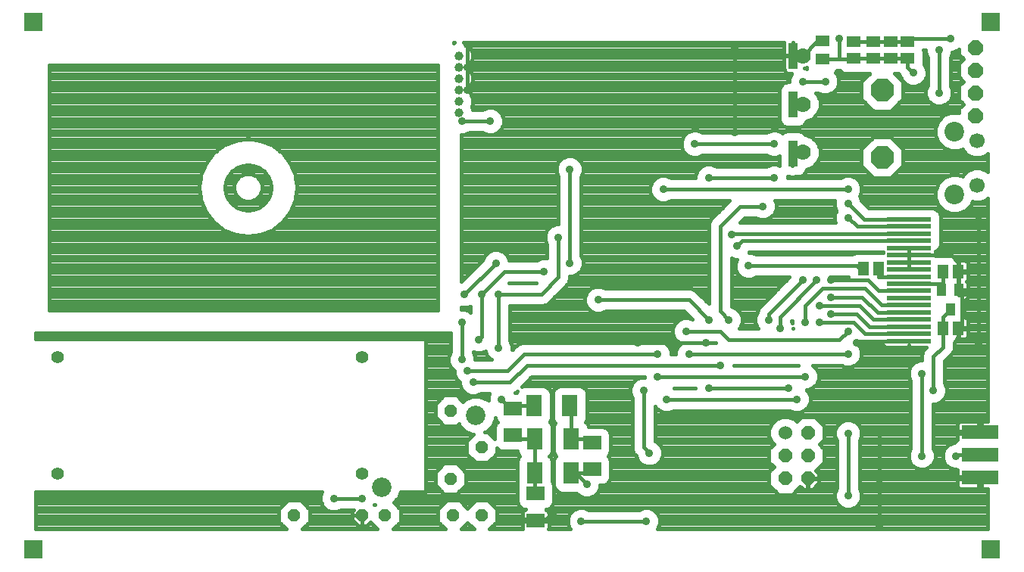
<source format=gtl>
G75*
G70*
%OFA0B0*%
%FSLAX24Y24*%
%IPPOS*%
%LPD*%
%AMOC8*
5,1,8,0,0,1.08239X$1,22.5*
%
%ADD10R,0.1600X0.0600*%
%ADD11OC8,0.0660*%
%ADD12R,0.0630X0.0512*%
%ADD13R,0.0591X0.0512*%
%ADD14OC8,0.0520*%
%ADD15R,0.0709X0.0945*%
%ADD16R,0.0787X0.0591*%
%ADD17R,0.0394X0.1181*%
%ADD18C,0.0860*%
%ADD19C,0.0866*%
%ADD20C,0.0669*%
%ADD21OC8,0.1000*%
%ADD22C,0.0397*%
%ADD23R,0.1929X0.0197*%
%ADD24C,0.0600*%
%ADD25OC8,0.0600*%
%ADD26R,0.0512X0.0591*%
%ADD27R,0.0394X0.0551*%
%ADD28C,0.0700*%
%ADD29C,0.0357*%
%ADD30C,0.0160*%
%ADD31C,0.0180*%
%ADD32C,0.0120*%
%ADD33R,0.0787X0.0787*%
%ADD34C,0.0560*%
D10*
X042632Y004476D03*
X042632Y005476D03*
X042632Y006476D03*
D11*
X042456Y020441D03*
X042456Y021441D03*
X042456Y022441D03*
X042456Y023441D03*
D12*
X035706Y023710D03*
X035706Y022922D03*
D13*
X037081Y022942D03*
X037956Y022942D03*
X038706Y022942D03*
X039456Y022942D03*
X039456Y023690D03*
X038706Y023690D03*
X037956Y023690D03*
X037081Y023690D03*
D14*
X019331Y007441D03*
X020706Y005816D03*
X019331Y004441D03*
X019456Y002816D03*
X020706Y002816D03*
X016456Y002816D03*
X015456Y002816D03*
X012456Y002816D03*
D15*
X023033Y004691D03*
X024628Y004691D03*
X024628Y006191D03*
X023033Y006191D03*
X022996Y007652D03*
X024590Y007652D03*
D16*
X022081Y007531D03*
X022081Y006350D03*
X025581Y006031D03*
X025581Y004850D03*
X023081Y003781D03*
X023081Y002600D03*
D17*
X034411Y018744D03*
X034411Y020909D03*
X034411Y023074D03*
D18*
X020452Y007227D03*
X016318Y004074D03*
D19*
X041523Y016973D03*
X041523Y019729D03*
D20*
X042507Y019336D03*
X042507Y017367D03*
D21*
X038331Y018586D03*
X038331Y021546D03*
D22*
X019706Y021566D03*
X019706Y022066D03*
X019706Y022566D03*
X019706Y023066D03*
X019706Y021066D03*
X019706Y020566D03*
D23*
X039522Y015858D03*
X039522Y015543D03*
X039522Y015228D03*
X039522Y014913D03*
X039522Y014598D03*
X039522Y014283D03*
X039522Y013968D03*
X039522Y013653D03*
X039522Y013339D03*
X039522Y013024D03*
X039522Y012709D03*
X039522Y012394D03*
X039522Y012079D03*
X039522Y011764D03*
X039522Y011449D03*
X039522Y011134D03*
X039522Y010819D03*
X039522Y010504D03*
D24*
X034064Y006450D03*
D25*
X035064Y006450D03*
X035064Y005450D03*
X034064Y005450D03*
X034064Y004450D03*
X035064Y004450D03*
D26*
X040996Y011066D03*
X041665Y011066D03*
X041665Y013566D03*
X040996Y013566D03*
X038165Y013691D03*
X037496Y013691D03*
D27*
X040957Y012749D03*
X041705Y012749D03*
X041331Y011883D03*
D28*
X034831Y018816D03*
X034831Y020941D03*
X034831Y023066D03*
D29*
X034831Y021941D03*
X035831Y021941D03*
X036456Y023816D03*
X039706Y022316D03*
X040831Y021441D03*
X040831Y023316D03*
X041331Y023816D03*
X033581Y019191D03*
X031831Y019676D03*
X031831Y019691D03*
X030081Y019191D03*
X030706Y017691D03*
X028706Y017191D03*
X031706Y015191D03*
X031956Y014691D03*
X032456Y013816D03*
X034831Y013191D03*
X035456Y013191D03*
X036081Y013191D03*
X036081Y012441D03*
X035581Y012066D03*
X036081Y011691D03*
X035581Y011316D03*
X034956Y011316D03*
X033831Y011066D03*
X033331Y011441D03*
X031581Y011441D03*
X030706Y011441D03*
X029706Y010941D03*
X030581Y010441D03*
X029831Y009941D03*
X028456Y009941D03*
X027581Y010441D03*
X028456Y008941D03*
X027831Y008316D03*
X028831Y007941D03*
X030706Y008441D03*
X031206Y009441D03*
X034206Y008441D03*
X034581Y007941D03*
X034956Y008941D03*
X036831Y009941D03*
X037206Y010441D03*
X036831Y010941D03*
X040081Y009066D03*
X040581Y008316D03*
X042581Y010441D03*
X038206Y006441D03*
X036831Y006441D03*
X038206Y004441D03*
X036831Y003691D03*
X038206Y002357D03*
X040081Y005441D03*
X041581Y005441D03*
X028081Y005566D03*
X025331Y004191D03*
X023831Y002941D03*
X025081Y002566D03*
X027956Y002566D03*
X021581Y007941D03*
X020331Y008691D03*
X020081Y009191D03*
X019831Y009691D03*
X021456Y010191D03*
X020581Y010566D03*
X019831Y011316D03*
X019956Y012566D03*
X020706Y012566D03*
X021456Y012565D03*
X023456Y013566D03*
X024581Y013941D03*
X024081Y015066D03*
X021331Y013941D03*
X025831Y012316D03*
X033081Y016441D03*
X033581Y017691D03*
X036831Y017191D03*
X036831Y016566D03*
X036831Y015941D03*
X042581Y015816D03*
X031831Y023441D03*
X024581Y018066D03*
X021081Y020191D03*
X019831Y020191D03*
X020081Y021566D03*
X020081Y022566D03*
X020081Y023566D03*
X015456Y003566D03*
X014206Y003566D03*
D30*
X034956Y011316D02*
X034956Y012066D01*
X035706Y012816D01*
X037581Y012816D01*
X038318Y012079D01*
X039522Y012079D01*
X039522Y011764D02*
X038133Y011764D01*
X037456Y012441D01*
X036081Y012441D01*
X036081Y013191D02*
X037706Y013191D01*
X038188Y012709D01*
X039522Y012709D01*
X039522Y013024D02*
X040913Y013024D01*
X040996Y012941D01*
X040996Y012788D01*
X040957Y012749D01*
X041665Y012788D02*
X041705Y012749D01*
X041705Y012692D01*
X041831Y012566D01*
X042456Y012566D02*
X042581Y012691D01*
X041706Y013606D02*
X041665Y013566D01*
X041706Y013606D02*
X041706Y013941D01*
X041363Y014283D01*
X039522Y014283D01*
X039522Y013968D01*
X039522Y013653D01*
X039522Y013339D02*
X038188Y013339D01*
X038165Y013691D01*
X037496Y013691D02*
X037496Y013526D01*
X037206Y013816D01*
X039522Y014283D02*
X039522Y014598D01*
X041831Y011231D02*
X041665Y011066D01*
X041616Y005476D02*
X041581Y005441D01*
X041616Y005476D02*
X042632Y005476D01*
D31*
X041644Y004810D02*
X041642Y004801D01*
X041642Y004536D01*
X042572Y004536D01*
X042572Y004416D01*
X042692Y004416D01*
X042692Y003986D01*
X042973Y003986D01*
X042973Y002210D01*
X028432Y002210D01*
X028454Y002233D01*
X028544Y002449D01*
X028544Y002683D01*
X028454Y002899D01*
X028289Y003065D01*
X028073Y003154D01*
X027839Y003154D01*
X027625Y003066D01*
X025411Y003066D01*
X025198Y003154D01*
X024964Y003154D01*
X024747Y003065D01*
X024582Y002899D01*
X024492Y002683D01*
X024492Y002449D01*
X024582Y002233D01*
X024604Y002210D01*
X023639Y002210D01*
X023651Y002232D01*
X023664Y002280D01*
X023664Y002543D01*
X023138Y002543D01*
X023138Y002658D01*
X023664Y002658D01*
X023664Y002921D01*
X023651Y002969D01*
X023626Y003012D01*
X023591Y003048D01*
X023548Y003073D01*
X023535Y003076D01*
X023556Y003076D01*
X023707Y003139D01*
X023822Y003254D01*
X023884Y003405D01*
X023884Y004087D01*
X023926Y003986D01*
X024041Y003871D01*
X024192Y003808D01*
X024881Y003808D01*
X024997Y003692D01*
X025214Y003602D01*
X025448Y003602D01*
X025664Y003692D01*
X025829Y003858D01*
X025919Y004074D01*
X025919Y004145D01*
X026056Y004145D01*
X026207Y004207D01*
X026322Y004323D01*
X026384Y004474D01*
X026384Y005227D01*
X026322Y005378D01*
X026259Y005441D01*
X026322Y005504D01*
X026384Y005655D01*
X026384Y006408D01*
X026322Y006559D01*
X026207Y006674D01*
X026056Y006737D01*
X025392Y006737D01*
X025392Y006745D01*
X025330Y006896D01*
X025285Y006940D01*
X025292Y006947D01*
X025355Y007098D01*
X025355Y008206D01*
X025292Y008356D01*
X025177Y008472D01*
X025026Y008534D01*
X024155Y008534D01*
X024004Y008472D01*
X023889Y008356D01*
X023826Y008206D01*
X023826Y007098D01*
X023889Y006947D01*
X023933Y006902D01*
X023926Y006896D01*
X023864Y006745D01*
X023864Y005637D01*
X023926Y005486D01*
X023971Y005441D01*
X023926Y005396D01*
X023864Y005245D01*
X023864Y004208D01*
X023822Y004309D01*
X023798Y004333D01*
X023798Y005245D01*
X023735Y005396D01*
X023690Y005441D01*
X023735Y005486D01*
X023798Y005637D01*
X023798Y006745D01*
X023735Y006896D01*
X023691Y006940D01*
X023698Y006947D01*
X023760Y007098D01*
X023760Y008206D01*
X023698Y008356D01*
X023583Y008472D01*
X023432Y008534D01*
X022560Y008534D01*
X022467Y008496D01*
X022913Y008941D01*
X027867Y008941D01*
X027867Y008904D01*
X027714Y008904D01*
X027497Y008815D01*
X027332Y008649D01*
X027242Y008433D01*
X027242Y008199D01*
X027331Y007985D01*
X027331Y005716D01*
X027407Y005533D01*
X027493Y005446D01*
X027582Y005233D01*
X027747Y005067D01*
X027964Y004977D01*
X028198Y004977D01*
X028414Y005067D01*
X028579Y005233D01*
X028669Y005449D01*
X028669Y005683D01*
X028579Y005899D01*
X028414Y006065D01*
X028331Y006099D01*
X028331Y007610D01*
X028332Y007608D01*
X028497Y007442D01*
X028714Y007352D01*
X028948Y007352D01*
X029161Y007441D01*
X034250Y007441D01*
X034464Y007352D01*
X034698Y007352D01*
X034914Y007442D01*
X035079Y007608D01*
X035169Y007824D01*
X035169Y008058D01*
X035079Y008274D01*
X035001Y008352D01*
X035073Y008352D01*
X035289Y008442D01*
X035454Y008608D01*
X035544Y008824D01*
X035544Y009058D01*
X035454Y009274D01*
X035289Y009440D01*
X035286Y009441D01*
X036500Y009441D01*
X036714Y009352D01*
X036948Y009352D01*
X037164Y009442D01*
X037329Y009608D01*
X037419Y009824D01*
X037419Y010058D01*
X037329Y010274D01*
X037164Y010440D01*
X037161Y010441D01*
X037164Y010442D01*
X037206Y010484D01*
X037294Y010395D01*
X037478Y010319D01*
X038388Y010319D01*
X038405Y010289D01*
X038440Y010253D01*
X038484Y010228D01*
X038532Y010215D01*
X039522Y010215D01*
X040273Y010215D01*
X040157Y010099D01*
X040081Y009915D01*
X040081Y009654D01*
X039964Y009654D01*
X039747Y009565D01*
X039582Y009399D01*
X039492Y009183D01*
X039492Y008949D01*
X039581Y008735D01*
X039581Y005771D01*
X039492Y005558D01*
X039492Y005324D01*
X039582Y005108D01*
X039747Y004942D01*
X039964Y004852D01*
X040198Y004852D01*
X040414Y004942D01*
X040579Y005108D01*
X040669Y005324D01*
X040669Y005558D01*
X040581Y005771D01*
X040581Y007727D01*
X040698Y007727D01*
X040914Y007817D01*
X041079Y007983D01*
X041169Y008199D01*
X041169Y008433D01*
X041081Y008646D01*
X041081Y009609D01*
X041420Y009948D01*
X041496Y010132D01*
X041496Y010435D01*
X041599Y010538D01*
X041617Y010581D01*
X041627Y010581D01*
X041627Y010606D01*
X041662Y010689D01*
X041662Y011028D01*
X041703Y011028D01*
X041703Y010581D01*
X041946Y010581D01*
X041995Y010594D01*
X042038Y010619D01*
X042073Y010654D01*
X042098Y010697D01*
X042111Y010746D01*
X042111Y011028D01*
X041703Y011028D01*
X041703Y011104D01*
X042111Y011104D01*
X042111Y011386D01*
X042098Y011434D01*
X042073Y011478D01*
X042038Y011513D01*
X041995Y011538D01*
X041946Y011551D01*
X041937Y011551D01*
X041937Y012240D01*
X041920Y012283D01*
X041927Y012283D01*
X041975Y012296D01*
X042018Y012321D01*
X042054Y012357D01*
X042079Y012400D01*
X042092Y012448D01*
X042092Y012741D01*
X041713Y012741D01*
X041713Y012757D01*
X042092Y012757D01*
X042092Y013050D01*
X042079Y013098D01*
X042056Y013137D01*
X042073Y013154D01*
X042098Y013197D01*
X042111Y013246D01*
X042111Y013528D01*
X041703Y013528D01*
X041703Y013081D01*
X041713Y013081D01*
X041713Y012757D01*
X041696Y012757D01*
X041696Y012741D01*
X041563Y012741D01*
X041563Y012757D01*
X041696Y012757D01*
X041696Y013215D01*
X041662Y013215D01*
X041662Y013528D01*
X041703Y013528D01*
X041703Y013604D01*
X041662Y013604D01*
X041662Y013943D01*
X041627Y014026D01*
X041627Y014051D01*
X041617Y014051D01*
X041599Y014093D01*
X041484Y014209D01*
X041333Y014271D01*
X040676Y014271D01*
X040676Y014283D01*
X039522Y014283D01*
X039522Y014283D01*
X039522Y014257D01*
X039522Y013968D01*
X039522Y013968D01*
X039522Y014283D01*
X039522Y014283D01*
X040676Y014283D01*
X040676Y014407D01*
X040667Y014441D01*
X040669Y014447D01*
X040718Y014467D01*
X040834Y014583D01*
X040896Y014733D01*
X040896Y016038D01*
X040834Y016189D01*
X040718Y016304D01*
X040568Y016367D01*
X038475Y016367D01*
X038455Y016358D01*
X037745Y016358D01*
X037418Y016686D01*
X037338Y016878D01*
X037419Y017074D01*
X037419Y017308D01*
X037329Y017524D01*
X037164Y017690D01*
X036948Y017779D01*
X036714Y017779D01*
X036500Y017691D01*
X034169Y017691D01*
X034169Y017743D01*
X034233Y017743D01*
X034255Y017733D01*
X034453Y017722D01*
X034515Y017743D01*
X034689Y017743D01*
X034840Y017806D01*
X034955Y017921D01*
X035017Y018070D01*
X035261Y018172D01*
X035475Y018385D01*
X035591Y018665D01*
X035591Y018967D01*
X035475Y019246D01*
X035261Y019460D01*
X034982Y019576D01*
X034946Y019576D01*
X034840Y019682D01*
X034689Y019744D01*
X034132Y019744D01*
X033981Y019682D01*
X033952Y019652D01*
X033914Y019690D01*
X033698Y019779D01*
X033464Y019779D01*
X033250Y019691D01*
X030411Y019691D01*
X030198Y019779D01*
X029964Y019779D01*
X029747Y019690D01*
X029582Y019524D01*
X029492Y019308D01*
X029492Y019074D01*
X029582Y018858D01*
X029747Y018692D01*
X029964Y018602D01*
X030198Y018602D01*
X030411Y018691D01*
X033250Y018691D01*
X033464Y018602D01*
X033698Y018602D01*
X033804Y018646D01*
X033804Y018235D01*
X033698Y018279D01*
X033464Y018279D01*
X033250Y018191D01*
X031036Y018191D01*
X030823Y018279D01*
X030589Y018279D01*
X030372Y018190D01*
X030207Y018024D01*
X030117Y017808D01*
X030117Y017691D01*
X029036Y017691D01*
X028823Y017779D01*
X028589Y017779D01*
X028372Y017690D01*
X028207Y017524D01*
X028117Y017308D01*
X028117Y017074D01*
X028207Y016858D01*
X028372Y016692D01*
X028589Y016602D01*
X028823Y016602D01*
X029036Y016691D01*
X031624Y016691D01*
X030922Y015990D01*
X030782Y015849D01*
X030706Y015665D01*
X030706Y012148D01*
X030114Y012740D01*
X029930Y012816D01*
X026161Y012816D01*
X025948Y012904D01*
X025714Y012904D01*
X025497Y012815D01*
X025332Y012649D01*
X025242Y012433D01*
X025242Y012199D01*
X025332Y011983D01*
X025497Y011817D01*
X025714Y011727D01*
X025948Y011727D01*
X026161Y011816D01*
X029624Y011816D01*
X029972Y011467D01*
X029823Y011529D01*
X029589Y011529D01*
X029372Y011440D01*
X029207Y011274D01*
X029117Y011058D01*
X029117Y010824D01*
X029207Y010608D01*
X029372Y010442D01*
X029462Y010405D01*
X029332Y010274D01*
X029242Y010058D01*
X029242Y009941D01*
X029044Y009941D01*
X029044Y010058D01*
X028954Y010274D01*
X028789Y010440D01*
X028573Y010529D01*
X028339Y010529D01*
X028125Y010441D01*
X022481Y010441D01*
X022297Y010365D01*
X022157Y010224D01*
X022044Y010111D01*
X022044Y010308D01*
X021956Y010521D01*
X021956Y012065D01*
X023429Y012065D01*
X023613Y012141D01*
X024364Y012892D01*
X024505Y013033D01*
X024581Y013216D01*
X024581Y013352D01*
X024698Y013352D01*
X024914Y013442D01*
X025079Y013608D01*
X025169Y013824D01*
X025169Y014058D01*
X025081Y014271D01*
X025081Y017735D01*
X025169Y017949D01*
X025169Y018183D01*
X025079Y018399D01*
X024914Y018565D01*
X024698Y018654D01*
X024464Y018654D01*
X024247Y018565D01*
X024082Y018399D01*
X023992Y018183D01*
X023992Y017949D01*
X024081Y017735D01*
X024081Y015654D01*
X023964Y015654D01*
X023747Y015565D01*
X023582Y015399D01*
X023492Y015183D01*
X023492Y014949D01*
X023581Y014735D01*
X023581Y014151D01*
X023573Y014154D01*
X023339Y014154D01*
X023125Y014066D01*
X021916Y014066D01*
X021829Y014274D01*
X021664Y014440D01*
X021448Y014529D01*
X021214Y014529D01*
X020997Y014440D01*
X020832Y014274D01*
X020743Y014061D01*
X019836Y013153D01*
X019791Y013135D01*
X019791Y019602D01*
X019948Y019602D01*
X020161Y019691D01*
X020750Y019691D01*
X020964Y019602D01*
X021198Y019602D01*
X021414Y019692D01*
X021579Y019858D01*
X021669Y020074D01*
X021669Y020308D01*
X021579Y020524D01*
X021414Y020690D01*
X021198Y020779D01*
X020964Y020779D01*
X020750Y020691D01*
X020312Y020691D01*
X020261Y020816D01*
X020314Y020945D01*
X020314Y021187D01*
X020221Y021411D01*
X020094Y021538D01*
X020094Y021566D01*
X020094Y021594D01*
X020221Y021721D01*
X020314Y021945D01*
X020314Y022187D01*
X020221Y022411D01*
X020094Y022538D01*
X020094Y022566D01*
X020094Y022594D01*
X020221Y022721D01*
X020314Y022945D01*
X020314Y023187D01*
X020221Y023411D01*
X020050Y023582D01*
X019900Y023644D01*
X034024Y023644D01*
X034024Y023083D01*
X034291Y023083D01*
X034291Y023076D01*
X034402Y023076D01*
X034402Y023066D01*
X034024Y023066D01*
X034024Y022459D01*
X034037Y022411D01*
X034062Y022367D01*
X034097Y022332D01*
X034140Y022307D01*
X034189Y022294D01*
X034351Y022294D01*
X034332Y022274D01*
X034242Y022058D01*
X034242Y021910D01*
X034132Y021910D01*
X033981Y021847D01*
X033866Y021732D01*
X033804Y021581D01*
X033804Y020237D01*
X033866Y020086D01*
X033981Y019971D01*
X034132Y019909D01*
X034689Y019909D01*
X034840Y019971D01*
X034955Y020086D01*
X034997Y020187D01*
X035261Y020297D01*
X035475Y020510D01*
X035591Y020790D01*
X035591Y021092D01*
X035475Y021371D01*
X035669Y021371D01*
X035714Y021352D02*
X035948Y021352D01*
X036164Y021442D01*
X036329Y021608D01*
X036419Y021824D01*
X036419Y022058D01*
X036329Y022274D01*
X036269Y022335D01*
X036356Y022422D01*
X036469Y022422D01*
X036553Y022338D01*
X036704Y022276D01*
X037457Y022276D01*
X037518Y022301D01*
X037579Y022276D01*
X037774Y022276D01*
X037421Y021923D01*
X037421Y021169D01*
X037954Y020636D01*
X038708Y020636D01*
X039241Y021169D01*
X039241Y021923D01*
X038887Y022276D01*
X039038Y022276D01*
X039118Y022196D01*
X039207Y021983D01*
X039372Y021817D01*
X039589Y021727D01*
X039823Y021727D01*
X040039Y021817D01*
X040204Y021983D01*
X040294Y022199D01*
X040294Y022433D01*
X040204Y022649D01*
X040161Y022693D01*
X040161Y023279D01*
X040146Y023316D01*
X040242Y023316D01*
X040242Y023199D01*
X040331Y022985D01*
X040331Y021771D01*
X040242Y021558D01*
X040242Y021324D01*
X040332Y021108D01*
X040497Y020942D01*
X040714Y020852D01*
X040948Y020852D01*
X041164Y020942D01*
X041329Y021108D01*
X041419Y021324D01*
X041419Y021558D01*
X041331Y021771D01*
X041331Y022985D01*
X041419Y023199D01*
X041419Y023227D01*
X041448Y023227D01*
X041664Y023317D01*
X041716Y023369D01*
X041716Y023134D01*
X041909Y022941D01*
X041716Y022747D01*
X041716Y022134D01*
X041909Y021941D01*
X041716Y021747D01*
X041716Y021134D01*
X041909Y020941D01*
X041716Y020747D01*
X041716Y020562D01*
X041690Y020572D01*
X041355Y020572D01*
X041045Y020444D01*
X040808Y020207D01*
X040680Y019897D01*
X040680Y019562D01*
X040808Y019252D01*
X041045Y019015D01*
X041355Y018886D01*
X041690Y018886D01*
X041858Y018956D01*
X041876Y018914D01*
X042085Y018704D01*
X042359Y018591D01*
X042655Y018591D01*
X042929Y018704D01*
X042973Y018748D01*
X042973Y017954D01*
X042929Y017998D01*
X042655Y018112D01*
X042359Y018112D01*
X042085Y017998D01*
X041876Y017789D01*
X041858Y017747D01*
X041690Y017816D01*
X041355Y017816D01*
X041045Y017688D01*
X040808Y017451D01*
X040680Y017141D01*
X040680Y016806D01*
X040808Y016496D01*
X041045Y016259D01*
X041355Y016130D01*
X041690Y016130D01*
X042000Y016259D01*
X042237Y016496D01*
X042300Y016647D01*
X042359Y016622D01*
X042655Y016622D01*
X042929Y016736D01*
X042973Y016780D01*
X042973Y006966D01*
X042692Y006966D01*
X042692Y006536D01*
X042572Y006536D01*
X042572Y006416D01*
X041642Y006416D01*
X041642Y006151D01*
X041644Y006142D01*
X041600Y006124D01*
X041505Y006029D01*
X041464Y006029D01*
X041247Y005940D01*
X041082Y005774D01*
X040992Y005558D01*
X040992Y005324D01*
X041082Y005108D01*
X041247Y004942D01*
X041464Y004852D01*
X041576Y004852D01*
X041600Y004829D01*
X041644Y004810D01*
X041642Y004770D02*
X037331Y004770D01*
X037331Y004592D02*
X041642Y004592D01*
X041642Y004416D02*
X041642Y004151D01*
X041655Y004103D01*
X041680Y004060D01*
X041715Y004024D01*
X041758Y003999D01*
X041807Y003986D01*
X042572Y003986D01*
X042572Y004416D01*
X041642Y004416D01*
X041642Y004413D02*
X037331Y004413D01*
X037331Y004235D02*
X041642Y004235D01*
X041683Y004056D02*
X037331Y004056D01*
X037331Y004021D02*
X037331Y006110D01*
X037419Y006324D01*
X037419Y006558D01*
X037329Y006774D01*
X037164Y006940D01*
X036948Y007029D01*
X036714Y007029D01*
X036497Y006940D01*
X036332Y006774D01*
X036242Y006558D01*
X036242Y006324D01*
X036331Y006110D01*
X036331Y004021D01*
X036242Y003808D01*
X036242Y003574D01*
X036332Y003358D01*
X036497Y003192D01*
X036714Y003102D01*
X036948Y003102D01*
X037164Y003192D01*
X037329Y003358D01*
X037419Y003574D01*
X037419Y003808D01*
X037331Y004021D01*
X037390Y003878D02*
X042973Y003878D01*
X042973Y003699D02*
X037419Y003699D01*
X037397Y003521D02*
X042973Y003521D01*
X042973Y003342D02*
X037314Y003342D01*
X037096Y003164D02*
X042973Y003164D01*
X042973Y002985D02*
X028368Y002985D01*
X028493Y002807D02*
X042973Y002807D01*
X042973Y002628D02*
X028544Y002628D01*
X028544Y002450D02*
X042973Y002450D01*
X042973Y002271D02*
X028471Y002271D01*
X027956Y002566D02*
X025081Y002566D01*
X024668Y002985D02*
X023642Y002985D01*
X023664Y002807D02*
X024544Y002807D01*
X024492Y002628D02*
X023138Y002628D01*
X023081Y002600D02*
X023490Y002600D01*
X023831Y002941D01*
X023732Y003164D02*
X036565Y003164D01*
X036347Y003342D02*
X023859Y003342D01*
X023884Y003521D02*
X036264Y003521D01*
X036242Y003699D02*
X025671Y003699D01*
X025838Y003878D02*
X033632Y003878D01*
X033770Y003740D02*
X033354Y004156D01*
X033354Y004744D01*
X033560Y004950D01*
X033354Y005156D01*
X033354Y005744D01*
X033560Y005950D01*
X033462Y006048D01*
X033354Y006309D01*
X033354Y006591D01*
X033462Y006852D01*
X033662Y007052D01*
X033923Y007160D01*
X034205Y007160D01*
X034466Y007052D01*
X034564Y006954D01*
X034770Y007160D01*
X035358Y007160D01*
X035774Y006744D01*
X035774Y006156D01*
X035568Y005950D01*
X035774Y005744D01*
X035774Y005156D01*
X035412Y004794D01*
X035554Y004653D01*
X035554Y004460D01*
X035074Y004460D01*
X035074Y004440D01*
X035554Y004440D01*
X035554Y004247D01*
X035267Y003960D01*
X035074Y003960D01*
X035074Y004440D01*
X035054Y004440D01*
X035054Y003960D01*
X034861Y003960D01*
X034719Y004101D01*
X034358Y003740D01*
X033770Y003740D01*
X034496Y003878D02*
X036271Y003878D01*
X036331Y004056D02*
X035363Y004056D01*
X035542Y004235D02*
X036331Y004235D01*
X036331Y004413D02*
X035554Y004413D01*
X035554Y004592D02*
X036331Y004592D01*
X036331Y004770D02*
X035436Y004770D01*
X035567Y004949D02*
X036331Y004949D01*
X036331Y005127D02*
X035746Y005127D01*
X035774Y005306D02*
X036331Y005306D01*
X036331Y005484D02*
X035774Y005484D01*
X035774Y005663D02*
X036331Y005663D01*
X036331Y005841D02*
X035676Y005841D01*
X035638Y006020D02*
X036331Y006020D01*
X036294Y006198D02*
X035774Y006198D01*
X035774Y006377D02*
X036242Y006377D01*
X036242Y006555D02*
X035774Y006555D01*
X035774Y006734D02*
X036315Y006734D01*
X036470Y006912D02*
X035605Y006912D01*
X035427Y007091D02*
X039581Y007091D01*
X039581Y007269D02*
X028331Y007269D01*
X028331Y007091D02*
X033756Y007091D01*
X033522Y006912D02*
X028331Y006912D01*
X028331Y006734D02*
X033413Y006734D01*
X033354Y006555D02*
X028331Y006555D01*
X028331Y006377D02*
X033354Y006377D01*
X033400Y006198D02*
X028331Y006198D01*
X028459Y006020D02*
X033490Y006020D01*
X033451Y005841D02*
X028603Y005841D01*
X028669Y005663D02*
X033354Y005663D01*
X033354Y005484D02*
X028669Y005484D01*
X028610Y005306D02*
X033354Y005306D01*
X033382Y005127D02*
X028474Y005127D01*
X028081Y005566D02*
X027831Y005816D01*
X027831Y008316D01*
X027278Y008519D02*
X025063Y008519D01*
X025299Y008340D02*
X027242Y008340D01*
X027258Y008162D02*
X025355Y008162D01*
X025355Y007983D02*
X027331Y007983D01*
X027331Y007805D02*
X025355Y007805D01*
X025355Y007626D02*
X027331Y007626D01*
X027331Y007448D02*
X025355Y007448D01*
X025355Y007269D02*
X027331Y007269D01*
X027331Y007091D02*
X025352Y007091D01*
X025313Y006912D02*
X027331Y006912D01*
X027331Y006734D02*
X026063Y006734D01*
X026323Y006555D02*
X027331Y006555D01*
X027331Y006377D02*
X026384Y006377D01*
X026384Y006198D02*
X027331Y006198D01*
X027331Y006020D02*
X026384Y006020D01*
X026384Y005841D02*
X027331Y005841D01*
X027353Y005663D02*
X026384Y005663D01*
X026302Y005484D02*
X027455Y005484D01*
X027551Y005306D02*
X026352Y005306D01*
X026384Y005127D02*
X027687Y005127D01*
X026384Y004949D02*
X033559Y004949D01*
X033380Y004770D02*
X026384Y004770D01*
X026384Y004592D02*
X033354Y004592D01*
X033354Y004413D02*
X026359Y004413D01*
X026234Y004235D02*
X033354Y004235D01*
X033453Y004056D02*
X025912Y004056D01*
X025331Y004191D02*
X024831Y004691D01*
X024628Y004691D01*
X025421Y004691D01*
X025581Y004850D01*
X023864Y004770D02*
X023798Y004770D01*
X023798Y004592D02*
X023864Y004592D01*
X023864Y004413D02*
X023798Y004413D01*
X023853Y004235D02*
X023864Y004235D01*
X023884Y004056D02*
X023897Y004056D01*
X023884Y003878D02*
X024034Y003878D01*
X023884Y003699D02*
X024990Y003699D01*
X023081Y003781D02*
X023033Y003829D01*
X023033Y004691D01*
X023033Y006191D01*
X022240Y006191D01*
X022081Y006350D01*
X021277Y006377D02*
X021092Y006377D01*
X020983Y006486D02*
X020857Y006486D01*
X020928Y006515D01*
X021164Y006751D01*
X021292Y007060D01*
X021292Y007119D01*
X021339Y007004D01*
X021402Y006941D01*
X021339Y006878D01*
X021277Y006727D01*
X021277Y006192D01*
X020983Y006486D01*
X020968Y006555D02*
X021277Y006555D01*
X021280Y006734D02*
X021146Y006734D01*
X021230Y006912D02*
X021374Y006912D01*
X021303Y007091D02*
X021292Y007091D01*
X021990Y007531D02*
X021581Y007941D01*
X021035Y008162D02*
X020591Y008162D01*
X020661Y008191D02*
X021047Y008191D01*
X020992Y008058D01*
X020992Y007875D01*
X020928Y007939D01*
X020619Y008067D01*
X020285Y008067D01*
X019976Y007939D01*
X019878Y007841D01*
X019608Y008111D01*
X019053Y008111D01*
X018661Y007718D01*
X018661Y007163D01*
X019053Y006771D01*
X019608Y006771D01*
X019695Y006858D01*
X019740Y006751D01*
X019976Y006515D01*
X020285Y006387D01*
X020330Y006387D01*
X020036Y006093D01*
X020036Y005538D01*
X020428Y005146D01*
X020983Y005146D01*
X021376Y005538D01*
X021376Y005787D01*
X021455Y005707D01*
X021605Y005645D01*
X022269Y005645D01*
X022269Y005637D01*
X022331Y005486D01*
X022377Y005441D01*
X022331Y005396D01*
X022269Y005245D01*
X022269Y004137D01*
X022277Y004118D01*
X022277Y003405D01*
X022339Y003254D01*
X022455Y003139D01*
X022605Y003076D01*
X022627Y003076D01*
X022614Y003073D01*
X022570Y003048D01*
X022535Y003012D01*
X022510Y002969D01*
X022497Y002921D01*
X022497Y002658D01*
X023023Y002658D01*
X023023Y002543D01*
X022497Y002543D01*
X022497Y002280D01*
X022510Y002232D01*
X022522Y002210D01*
X021048Y002210D01*
X021376Y002538D01*
X021376Y003093D01*
X020983Y003486D01*
X020428Y003486D01*
X020081Y003138D01*
X019733Y003486D01*
X019178Y003486D01*
X018786Y003093D01*
X018786Y002538D01*
X019114Y002210D01*
X016798Y002210D01*
X017126Y002538D01*
X017126Y003093D01*
X016826Y003394D01*
X017030Y003598D01*
X017135Y003851D01*
X018257Y003851D01*
X018257Y010601D01*
X001079Y010601D01*
X001079Y010849D01*
X019331Y010849D01*
X019331Y010021D01*
X019242Y009808D01*
X019242Y009574D01*
X019332Y009358D01*
X019492Y009197D01*
X019492Y009074D01*
X019582Y008858D01*
X019742Y008697D01*
X019742Y008574D01*
X019832Y008358D01*
X019997Y008192D01*
X020214Y008102D01*
X020448Y008102D01*
X020661Y008191D01*
X020821Y007983D02*
X020992Y007983D01*
X020082Y007983D02*
X019736Y007983D01*
X020070Y008162D02*
X018257Y008162D01*
X018257Y008340D02*
X019849Y008340D01*
X019765Y008519D02*
X018257Y008519D01*
X018257Y008697D02*
X019742Y008697D01*
X019574Y008876D02*
X018257Y008876D01*
X018257Y009054D02*
X019500Y009054D01*
X019457Y009233D02*
X018257Y009233D01*
X018257Y009411D02*
X019310Y009411D01*
X019242Y009590D02*
X018257Y009590D01*
X018257Y009768D02*
X019242Y009768D01*
X019300Y009947D02*
X018257Y009947D01*
X018257Y010125D02*
X019331Y010125D01*
X019331Y010304D02*
X018257Y010304D01*
X018257Y010482D02*
X019331Y010482D01*
X019331Y010661D02*
X001079Y010661D01*
X001079Y010839D02*
X019331Y010839D01*
X019831Y011316D02*
X019831Y009691D01*
X020419Y009691D02*
X020419Y009808D01*
X020331Y010021D01*
X020331Y010033D01*
X020464Y009977D01*
X020698Y009977D01*
X020876Y010052D01*
X020957Y009858D01*
X021122Y009692D01*
X021125Y009691D01*
X020419Y009691D01*
X020419Y009768D02*
X021046Y009768D01*
X020920Y009947D02*
X020362Y009947D01*
X021456Y010191D02*
X021456Y012565D01*
X023330Y012565D01*
X024081Y013316D01*
X024081Y015066D01*
X023541Y015302D02*
X019791Y015302D01*
X019791Y015480D02*
X023663Y015480D01*
X023492Y015123D02*
X019791Y015123D01*
X019791Y014945D02*
X023494Y014945D01*
X023568Y014766D02*
X019791Y014766D01*
X019791Y014588D02*
X023581Y014588D01*
X023581Y014409D02*
X021694Y014409D01*
X021847Y014231D02*
X023581Y014231D01*
X024581Y013941D02*
X024581Y018066D01*
X025108Y017801D02*
X030117Y017801D01*
X030188Y017979D02*
X025169Y017979D01*
X025169Y018158D02*
X030340Y018158D01*
X030706Y017691D02*
X033581Y017691D01*
X033804Y018336D02*
X025106Y018336D01*
X024964Y018515D02*
X033804Y018515D01*
X034382Y018226D02*
X034411Y018744D01*
X034758Y018744D01*
X034831Y018816D01*
X035529Y018515D02*
X037421Y018515D01*
X037421Y018693D02*
X035591Y018693D01*
X035591Y018872D02*
X037421Y018872D01*
X037421Y018963D02*
X037421Y018209D01*
X037954Y017676D01*
X038708Y017676D01*
X039241Y018209D01*
X039241Y018963D01*
X038708Y019496D01*
X037954Y019496D01*
X037421Y018963D01*
X037508Y019050D02*
X035556Y019050D01*
X035482Y019229D02*
X037687Y019229D01*
X037865Y019407D02*
X035314Y019407D01*
X034936Y019586D02*
X040680Y019586D01*
X040680Y019764D02*
X033734Y019764D01*
X033428Y019764D02*
X030234Y019764D01*
X029928Y019764D02*
X021486Y019764D01*
X021615Y019943D02*
X034049Y019943D01*
X033852Y020121D02*
X021669Y020121D01*
X021669Y020300D02*
X033804Y020300D01*
X033804Y020478D02*
X021598Y020478D01*
X021447Y020657D02*
X033804Y020657D01*
X033804Y020835D02*
X020269Y020835D01*
X020314Y021014D02*
X033804Y021014D01*
X033804Y021192D02*
X020312Y021192D01*
X020238Y021371D02*
X033804Y021371D01*
X033804Y021549D02*
X020094Y021549D01*
X020094Y021566D02*
X020066Y021566D01*
X020094Y021566D01*
X020081Y021566D02*
X020081Y022566D01*
X020081Y023566D01*
X020119Y023513D02*
X034024Y023513D01*
X034024Y023334D02*
X020253Y023334D01*
X020314Y023156D02*
X034024Y023156D01*
X034024Y022977D02*
X020314Y022977D01*
X020254Y022799D02*
X034024Y022799D01*
X034024Y022620D02*
X020121Y022620D01*
X020094Y022566D02*
X020066Y022566D01*
X020066Y022566D01*
X020066Y022566D01*
X020094Y022566D01*
X020190Y022442D02*
X034028Y022442D01*
X034327Y022263D02*
X020282Y022263D01*
X020314Y022085D02*
X034253Y022085D01*
X034124Y021906D02*
X020298Y021906D01*
X020224Y021728D02*
X033865Y021728D01*
X034831Y021941D02*
X035831Y021941D01*
X036379Y021728D02*
X037421Y021728D01*
X037421Y021906D02*
X036419Y021906D01*
X036408Y022085D02*
X037583Y022085D01*
X037761Y022263D02*
X036334Y022263D01*
X036456Y022922D02*
X035706Y022922D01*
X035744Y023588D02*
X035668Y023588D01*
X035668Y023644D01*
X035744Y023644D01*
X035744Y023588D01*
X035706Y023710D02*
X035474Y023710D01*
X034831Y023066D01*
X034822Y023074D01*
X034411Y023074D01*
X034419Y023076D02*
X034821Y023076D01*
X034821Y023056D01*
X034797Y023056D01*
X034797Y023066D01*
X034419Y023066D01*
X034419Y023076D01*
X034402Y023395D02*
X034402Y023644D01*
X034419Y023644D01*
X034419Y023418D01*
X034419Y023418D01*
X034402Y023395D01*
X034402Y023513D02*
X034419Y023513D01*
X034895Y022529D02*
X034957Y022539D01*
X034995Y022551D01*
X035015Y022501D01*
X034948Y022529D01*
X034895Y022529D01*
X035405Y021441D02*
X035500Y021441D01*
X035714Y021352D01*
X035549Y021192D02*
X037421Y021192D01*
X037421Y021371D02*
X035992Y021371D01*
X036271Y021549D02*
X037421Y021549D01*
X037576Y021014D02*
X035591Y021014D01*
X035591Y020835D02*
X037754Y020835D01*
X037933Y020657D02*
X035536Y020657D01*
X035443Y020478D02*
X041128Y020478D01*
X040901Y020300D02*
X035264Y020300D01*
X034970Y020121D02*
X040772Y020121D01*
X040699Y019943D02*
X034772Y019943D01*
X033581Y019191D02*
X030081Y019191D01*
X029533Y019407D02*
X019791Y019407D01*
X019791Y019229D02*
X029492Y019229D01*
X029502Y019050D02*
X019791Y019050D01*
X019791Y018872D02*
X029576Y018872D01*
X029746Y018693D02*
X019791Y018693D01*
X019791Y018515D02*
X024197Y018515D01*
X024056Y018336D02*
X019791Y018336D01*
X019791Y018158D02*
X023992Y018158D01*
X023992Y017979D02*
X019791Y017979D01*
X019791Y017801D02*
X024054Y017801D01*
X024081Y017622D02*
X019791Y017622D01*
X019791Y017444D02*
X024081Y017444D01*
X024081Y017265D02*
X019791Y017265D01*
X019791Y017087D02*
X024081Y017087D01*
X024081Y016908D02*
X019791Y016908D01*
X019791Y016730D02*
X024081Y016730D01*
X024081Y016551D02*
X019791Y016551D01*
X019791Y016373D02*
X024081Y016373D01*
X024081Y016194D02*
X019791Y016194D01*
X019791Y016016D02*
X024081Y016016D01*
X024081Y015837D02*
X019791Y015837D01*
X019791Y015659D02*
X024081Y015659D01*
X025081Y015659D02*
X030706Y015659D01*
X030706Y015480D02*
X025081Y015480D01*
X025081Y015302D02*
X030706Y015302D01*
X030706Y015123D02*
X025081Y015123D01*
X025081Y014945D02*
X030706Y014945D01*
X030706Y014766D02*
X025081Y014766D01*
X025081Y014588D02*
X030706Y014588D01*
X030706Y014409D02*
X025081Y014409D01*
X025097Y014231D02*
X030706Y014231D01*
X030706Y014052D02*
X025169Y014052D01*
X025169Y013874D02*
X030706Y013874D01*
X030706Y013695D02*
X025116Y013695D01*
X024989Y013517D02*
X030706Y013517D01*
X030706Y013338D02*
X024581Y013338D01*
X024557Y013160D02*
X030706Y013160D01*
X030706Y012981D02*
X024453Y012981D01*
X024275Y012803D02*
X025485Y012803D01*
X025322Y012624D02*
X024096Y012624D01*
X023918Y012446D02*
X025248Y012446D01*
X025242Y012267D02*
X023739Y012267D01*
X023487Y012089D02*
X025288Y012089D01*
X025404Y011910D02*
X021956Y011910D01*
X021956Y011732D02*
X025703Y011732D01*
X025958Y011732D02*
X029708Y011732D01*
X029886Y011553D02*
X021956Y011553D01*
X021956Y011375D02*
X029307Y011375D01*
X029175Y011196D02*
X021956Y011196D01*
X021956Y011018D02*
X029117Y011018D01*
X029117Y010839D02*
X021956Y010839D01*
X021956Y010661D02*
X029185Y010661D01*
X029332Y010482D02*
X028686Y010482D01*
X028925Y010304D02*
X029361Y010304D01*
X029270Y010125D02*
X029016Y010125D01*
X029044Y009947D02*
X029242Y009947D01*
X029831Y009941D02*
X036831Y009941D01*
X037300Y010304D02*
X038396Y010304D01*
X037391Y010125D02*
X040183Y010125D01*
X040094Y009947D02*
X037419Y009947D01*
X037396Y009768D02*
X040081Y009768D01*
X039808Y009590D02*
X037312Y009590D01*
X037090Y009411D02*
X039594Y009411D01*
X039513Y009233D02*
X035472Y009233D01*
X035544Y009054D02*
X039492Y009054D01*
X039522Y008876D02*
X035544Y008876D01*
X035492Y008697D02*
X039581Y008697D01*
X039581Y008519D02*
X035366Y008519D01*
X035013Y008340D02*
X039581Y008340D01*
X039581Y008162D02*
X035126Y008162D01*
X035169Y007983D02*
X039581Y007983D01*
X039581Y007805D02*
X035161Y007805D01*
X035087Y007626D02*
X039581Y007626D01*
X039581Y007448D02*
X034920Y007448D01*
X034701Y007091D02*
X034371Y007091D01*
X034581Y007941D02*
X028831Y007941D01*
X028492Y007448D02*
X028331Y007448D01*
X029161Y008441D02*
X030117Y008441D01*
X030117Y008441D01*
X029161Y008441D01*
X029161Y008441D01*
X028456Y008941D02*
X034956Y008941D01*
X035317Y009411D02*
X036571Y009411D01*
X037206Y010441D02*
X037269Y010504D01*
X039522Y010504D01*
X039522Y010310D02*
X039522Y010215D01*
X039522Y010310D01*
X039522Y010310D01*
X039522Y010304D02*
X039522Y010304D01*
X039522Y010819D02*
X037578Y010819D01*
X037081Y011316D01*
X035581Y011316D01*
X036081Y011691D02*
X037206Y011691D01*
X037763Y011134D01*
X039522Y011134D01*
X039522Y011449D02*
X037948Y011449D01*
X037331Y012066D01*
X035581Y012066D01*
X034367Y011395D02*
X034367Y011308D01*
X034342Y011370D01*
X034367Y011395D01*
X034367Y011375D02*
X034347Y011375D01*
X034419Y011074D02*
X034422Y011066D01*
X034419Y011066D01*
X034419Y011074D01*
X033831Y011066D02*
X033831Y011566D01*
X035456Y013191D01*
X034831Y013191D02*
X033331Y011691D01*
X033331Y011441D01*
X032795Y011196D02*
X032116Y011196D01*
X032079Y011108D02*
X032169Y011324D01*
X032169Y011558D01*
X032079Y011774D01*
X031914Y011940D01*
X031706Y012026D01*
X031706Y014158D01*
X031839Y014102D01*
X031937Y014102D01*
X031867Y013933D01*
X031867Y013699D01*
X031957Y013483D01*
X032122Y013317D01*
X032339Y013227D01*
X032573Y013227D01*
X032786Y013316D01*
X034246Y013316D01*
X034243Y013311D01*
X032907Y011974D01*
X032831Y011790D01*
X032831Y011771D01*
X032742Y011558D01*
X032742Y011324D01*
X032832Y011108D01*
X032873Y011066D01*
X032038Y011066D01*
X032079Y011108D01*
X032169Y011375D02*
X032742Y011375D01*
X032742Y011553D02*
X032169Y011553D01*
X032097Y011732D02*
X032814Y011732D01*
X032880Y011910D02*
X031943Y011910D01*
X031706Y012089D02*
X033022Y012089D01*
X033200Y012267D02*
X031706Y012267D01*
X031706Y012446D02*
X033379Y012446D01*
X033557Y012624D02*
X031706Y012624D01*
X031706Y012803D02*
X033736Y012803D01*
X033914Y012981D02*
X031706Y012981D01*
X031706Y013160D02*
X034093Y013160D01*
X032456Y013816D02*
X037206Y013816D01*
X036990Y014316D02*
X032786Y014316D01*
X032573Y014404D01*
X032474Y014404D01*
X032478Y014413D01*
X038369Y014413D01*
X038367Y014407D01*
X038367Y014396D01*
X037159Y014396D01*
X037008Y014334D01*
X036990Y014316D01*
X038368Y014409D02*
X032476Y014409D01*
X032178Y014913D02*
X031956Y014691D01*
X032178Y014913D02*
X039522Y014913D01*
X039522Y015228D02*
X031743Y015228D01*
X031706Y015191D01*
X031206Y015566D02*
X031206Y011816D01*
X031581Y011441D01*
X031206Y010941D02*
X031581Y010566D01*
X036456Y010566D01*
X036831Y010941D01*
X037204Y010482D02*
X037207Y010482D01*
X034625Y009441D02*
X034625Y009441D01*
X031794Y009441D01*
X034625Y009441D01*
X034206Y008441D02*
X030706Y008441D01*
X031206Y009441D02*
X022706Y009441D01*
X021956Y008691D01*
X020331Y008691D01*
X020081Y009191D02*
X021831Y009191D01*
X022581Y009941D01*
X028456Y009941D01*
X028225Y010482D02*
X021972Y010482D01*
X022044Y010304D02*
X022237Y010304D01*
X022058Y010125D02*
X022044Y010125D01*
X020706Y010691D02*
X020706Y012566D01*
X021706Y013566D01*
X023456Y013566D01*
X023124Y013066D02*
X023123Y013065D01*
X021912Y013065D01*
X021913Y013066D01*
X023124Y013066D01*
X021331Y013941D02*
X019956Y012566D01*
X020206Y012033D02*
X020206Y011773D01*
X020164Y011815D01*
X019948Y011904D01*
X019791Y011904D01*
X019791Y011997D01*
X019839Y011977D01*
X020073Y011977D01*
X020206Y012033D01*
X020206Y011910D02*
X019791Y011910D01*
X018772Y011910D02*
X001681Y011910D01*
X001681Y011868D02*
X001681Y022660D01*
X018772Y022660D01*
X018772Y011868D01*
X001681Y011868D01*
X001681Y012089D02*
X018772Y012089D01*
X018772Y012267D02*
X001681Y012267D01*
X001681Y012446D02*
X018772Y012446D01*
X018772Y012624D02*
X001681Y012624D01*
X001681Y012803D02*
X018772Y012803D01*
X018772Y012981D02*
X001681Y012981D01*
X001681Y013160D02*
X018772Y013160D01*
X018772Y013338D02*
X001681Y013338D01*
X001681Y013517D02*
X018772Y013517D01*
X018772Y013695D02*
X001681Y013695D01*
X001681Y013874D02*
X018772Y013874D01*
X018772Y014052D02*
X001681Y014052D01*
X001681Y014231D02*
X018772Y014231D01*
X018772Y014409D02*
X001681Y014409D01*
X001681Y014588D02*
X018772Y014588D01*
X018772Y014766D02*
X001681Y014766D01*
X001681Y014945D02*
X018772Y014945D01*
X018772Y015123D02*
X010457Y015123D01*
X010423Y015119D02*
X010978Y015192D01*
X010978Y015192D01*
X011496Y015406D01*
X011940Y015747D01*
X012281Y016191D01*
X012281Y016191D01*
X012495Y016709D01*
X012568Y017264D01*
X012495Y017819D01*
X012281Y018336D01*
X012281Y018336D01*
X011940Y018780D01*
X011940Y018780D01*
X011940Y018780D01*
X011496Y019121D01*
X011496Y019121D01*
X010978Y019335D01*
X010423Y019409D01*
X009868Y019335D01*
X009351Y019121D01*
X008907Y018780D01*
X008566Y018336D01*
X008351Y017819D01*
X008351Y017819D01*
X008278Y017264D01*
X008278Y017264D01*
X008351Y016709D01*
X008351Y016709D01*
X008566Y016191D01*
X008907Y015747D01*
X009351Y015406D01*
X009868Y015192D01*
X009868Y015192D01*
X010423Y015119D01*
X010423Y015119D01*
X010389Y015123D02*
X001681Y015123D01*
X001681Y015302D02*
X009603Y015302D01*
X009351Y015406D02*
X009351Y015406D01*
X009254Y015480D02*
X001681Y015480D01*
X001681Y015659D02*
X009022Y015659D01*
X008907Y015747D02*
X008907Y015747D01*
X008907Y015747D01*
X008837Y015837D02*
X001681Y015837D01*
X001681Y016016D02*
X008700Y016016D01*
X008566Y016191D02*
X008566Y016191D01*
X008564Y016194D02*
X001681Y016194D01*
X001681Y016373D02*
X008491Y016373D01*
X008417Y016551D02*
X001681Y016551D01*
X001681Y016730D02*
X008349Y016730D01*
X008325Y016908D02*
X001681Y016908D01*
X001681Y017087D02*
X008302Y017087D01*
X008279Y017265D02*
X001681Y017265D01*
X001681Y017444D02*
X008302Y017444D01*
X008326Y017622D02*
X001681Y017622D01*
X001681Y017801D02*
X008349Y017801D01*
X008418Y017979D02*
X001681Y017979D01*
X001681Y018158D02*
X008492Y018158D01*
X008566Y018336D02*
X008566Y018336D01*
X001681Y018336D01*
X001681Y018515D02*
X008703Y018515D01*
X008840Y018693D02*
X001681Y018693D01*
X001681Y018872D02*
X009026Y018872D01*
X008907Y018780D02*
X008907Y018780D01*
X008907Y018780D01*
X009258Y019050D02*
X001681Y019050D01*
X001681Y019229D02*
X009611Y019229D01*
X009868Y019335D02*
X009868Y019335D01*
X009351Y019121D02*
X009351Y019121D01*
X010414Y019407D02*
X001681Y019407D01*
X001681Y019586D02*
X018772Y019586D01*
X018772Y019764D02*
X001681Y019764D01*
X001681Y019943D02*
X018772Y019943D01*
X018772Y020121D02*
X001681Y020121D01*
X001681Y020300D02*
X018772Y020300D01*
X018772Y020478D02*
X001681Y020478D01*
X001681Y020657D02*
X018772Y020657D01*
X018772Y020835D02*
X001681Y020835D01*
X001681Y021014D02*
X018772Y021014D01*
X018772Y021192D02*
X001681Y021192D01*
X001681Y021371D02*
X018772Y021371D01*
X018772Y021549D02*
X001681Y021549D01*
X001681Y021728D02*
X018772Y021728D01*
X018772Y021906D02*
X001681Y021906D01*
X001681Y022085D02*
X018772Y022085D01*
X018772Y022263D02*
X001681Y022263D01*
X001681Y022442D02*
X018772Y022442D01*
X018772Y022620D02*
X001681Y022620D01*
X009553Y017766D02*
X009713Y017974D01*
X009921Y018134D01*
X010163Y018234D01*
X010423Y018269D01*
X010683Y018234D01*
X010926Y018134D01*
X011134Y017974D01*
X011293Y017766D01*
X011394Y017524D01*
X011428Y017264D01*
X011394Y017004D01*
X011293Y016761D01*
X011134Y016553D01*
X010926Y016394D01*
X010683Y016293D01*
X010423Y016259D01*
X010163Y016293D01*
X009921Y016394D01*
X009713Y016553D01*
X009553Y016761D01*
X009453Y017004D01*
X009418Y017264D01*
X009453Y017524D01*
X009553Y017766D01*
X009580Y017801D02*
X010131Y017801D01*
X010079Y017779D02*
X009908Y017608D01*
X009815Y017385D01*
X009815Y017143D01*
X009908Y016919D01*
X010079Y016748D01*
X010302Y016656D01*
X010544Y016656D01*
X010768Y016748D01*
X010939Y016919D01*
X011031Y017143D01*
X011031Y017385D01*
X010939Y017608D01*
X010768Y017779D01*
X010544Y017872D01*
X010302Y017872D01*
X010079Y017779D01*
X009922Y017622D02*
X009493Y017622D01*
X009442Y017444D02*
X009840Y017444D01*
X009815Y017265D02*
X009419Y017265D01*
X009442Y017087D02*
X009838Y017087D01*
X009919Y016908D02*
X009492Y016908D01*
X009577Y016730D02*
X010123Y016730D01*
X009971Y016373D02*
X010876Y016373D01*
X011131Y016551D02*
X009715Y016551D01*
X010723Y016730D02*
X011269Y016730D01*
X011354Y016908D02*
X010928Y016908D01*
X011008Y017087D02*
X011405Y017087D01*
X011428Y017265D02*
X011031Y017265D01*
X011007Y017444D02*
X011404Y017444D01*
X011353Y017622D02*
X010925Y017622D01*
X010715Y017801D02*
X011267Y017801D01*
X011127Y017979D02*
X009719Y017979D01*
X009979Y018158D02*
X010868Y018158D01*
X012006Y018693D02*
X018772Y018693D01*
X018772Y018515D02*
X012143Y018515D01*
X012280Y018336D02*
X018772Y018336D01*
X018772Y018158D02*
X012354Y018158D01*
X012428Y017979D02*
X018772Y017979D01*
X018772Y017801D02*
X012497Y017801D01*
X012495Y017819D02*
X012495Y017819D01*
X012521Y017622D02*
X018772Y017622D01*
X018772Y017444D02*
X012544Y017444D01*
X012568Y017265D02*
X018772Y017265D01*
X018772Y017087D02*
X012545Y017087D01*
X012521Y016908D02*
X018772Y016908D01*
X018772Y016730D02*
X012498Y016730D01*
X012495Y016709D02*
X012495Y016709D01*
X012430Y016551D02*
X018772Y016551D01*
X018772Y016373D02*
X012356Y016373D01*
X012282Y016194D02*
X018772Y016194D01*
X018772Y016016D02*
X012146Y016016D01*
X012009Y015837D02*
X018772Y015837D01*
X018772Y015659D02*
X011825Y015659D01*
X011940Y015747D02*
X011940Y015747D01*
X011940Y015747D01*
X011592Y015480D02*
X018772Y015480D01*
X018772Y015302D02*
X011244Y015302D01*
X011496Y015406D02*
X011496Y015406D01*
X011820Y018872D02*
X018772Y018872D01*
X018772Y019050D02*
X011588Y019050D01*
X011236Y019229D02*
X018772Y019229D01*
X018772Y019407D02*
X010432Y019407D01*
X010423Y019409D02*
X010423Y019409D01*
X010978Y019335D02*
X010978Y019335D01*
X019468Y023644D02*
X019489Y023635D01*
X019511Y023644D01*
X019468Y023644D01*
X020066Y021566D02*
X020066Y021566D01*
X020066Y021566D01*
X019831Y020191D02*
X021081Y020191D01*
X019791Y019586D02*
X029643Y019586D01*
X031831Y019676D02*
X031831Y023441D01*
X035405Y021441D02*
X035475Y021371D01*
X034831Y020941D02*
X034799Y020909D01*
X034411Y020909D01*
X036456Y022922D02*
X036581Y022922D01*
X037061Y022922D01*
X037081Y022942D01*
X037956Y022942D01*
X038706Y022942D01*
X039456Y022942D01*
X039456Y022566D01*
X039706Y022316D01*
X040247Y022085D02*
X040331Y022085D01*
X040331Y022263D02*
X040294Y022263D01*
X040290Y022442D02*
X040331Y022442D01*
X040331Y022620D02*
X040216Y022620D01*
X040161Y022799D02*
X040331Y022799D01*
X040331Y022977D02*
X040161Y022977D01*
X040161Y023156D02*
X040260Y023156D01*
X040146Y023316D02*
X040146Y023316D01*
X040831Y023316D02*
X040831Y021441D01*
X041365Y021192D02*
X041716Y021192D01*
X041716Y021371D02*
X041419Y021371D01*
X041419Y021549D02*
X041716Y021549D01*
X041716Y021728D02*
X041349Y021728D01*
X041331Y021906D02*
X041875Y021906D01*
X041765Y022085D02*
X041331Y022085D01*
X041331Y022263D02*
X041716Y022263D01*
X041716Y022442D02*
X041331Y022442D01*
X041331Y022620D02*
X041716Y022620D01*
X041767Y022799D02*
X041331Y022799D01*
X041331Y022977D02*
X041873Y022977D01*
X041716Y023156D02*
X041401Y023156D01*
X041681Y023334D02*
X041716Y023334D01*
X041331Y023816D02*
X039582Y023816D01*
X039456Y023690D01*
X038706Y023690D01*
X037956Y023690D01*
X037955Y023690D02*
X037956Y023691D01*
X037955Y023690D02*
X037081Y023690D01*
X036456Y023816D02*
X036456Y022922D01*
X037873Y022859D02*
X037956Y022942D01*
X037924Y022895D01*
X038900Y022263D02*
X039051Y022263D01*
X039079Y022085D02*
X039164Y022085D01*
X039241Y021906D02*
X039283Y021906D01*
X039241Y021728D02*
X039588Y021728D01*
X039824Y021728D02*
X040313Y021728D01*
X040331Y021906D02*
X040128Y021906D01*
X040242Y021549D02*
X039241Y021549D01*
X039241Y021371D02*
X040242Y021371D01*
X040297Y021192D02*
X039241Y021192D01*
X039086Y021014D02*
X040425Y021014D01*
X041236Y021014D02*
X041836Y021014D01*
X041804Y020835D02*
X038907Y020835D01*
X038729Y020657D02*
X041716Y020657D01*
X040743Y019407D02*
X038796Y019407D01*
X038975Y019229D02*
X040831Y019229D01*
X041009Y019050D02*
X039153Y019050D01*
X039241Y018872D02*
X041917Y018872D01*
X042111Y018693D02*
X039241Y018693D01*
X039241Y018515D02*
X042973Y018515D01*
X042973Y018693D02*
X042902Y018693D01*
X042973Y018336D02*
X039241Y018336D01*
X039190Y018158D02*
X042973Y018158D01*
X042973Y017979D02*
X042948Y017979D01*
X042066Y017979D02*
X039011Y017979D01*
X038833Y017801D02*
X041317Y017801D01*
X040979Y017622D02*
X037231Y017622D01*
X037363Y017444D02*
X040805Y017444D01*
X040731Y017265D02*
X037419Y017265D01*
X037419Y017087D02*
X040680Y017087D01*
X040680Y016908D02*
X037351Y016908D01*
X037400Y016730D02*
X040711Y016730D01*
X040785Y016551D02*
X037552Y016551D01*
X037731Y016373D02*
X040931Y016373D01*
X040828Y016194D02*
X041200Y016194D01*
X040896Y016016D02*
X042973Y016016D01*
X042973Y016194D02*
X041845Y016194D01*
X042114Y016373D02*
X042973Y016373D01*
X042973Y016551D02*
X042260Y016551D01*
X042914Y016730D02*
X042973Y016730D01*
X042973Y015837D02*
X040896Y015837D01*
X040896Y015659D02*
X042973Y015659D01*
X042973Y015480D02*
X040896Y015480D01*
X040896Y015302D02*
X042973Y015302D01*
X042973Y015123D02*
X040896Y015123D01*
X040896Y014945D02*
X042973Y014945D01*
X042973Y014766D02*
X040896Y014766D01*
X040836Y014588D02*
X042973Y014588D01*
X042973Y014409D02*
X040675Y014409D01*
X041431Y014231D02*
X042973Y014231D01*
X042973Y014052D02*
X041616Y014052D01*
X041703Y014051D02*
X041703Y013604D01*
X042111Y013604D01*
X042111Y013886D01*
X042098Y013934D01*
X042073Y013978D01*
X042038Y014013D01*
X041995Y014038D01*
X041946Y014051D01*
X041703Y014051D01*
X041703Y013874D02*
X041662Y013874D01*
X041662Y013695D02*
X041703Y013695D01*
X041665Y013566D02*
X041665Y012788D01*
X041696Y012803D02*
X041713Y012803D01*
X041713Y012741D02*
X041713Y012525D01*
X041696Y012532D01*
X041696Y012741D01*
X041713Y012741D01*
X041713Y012624D02*
X041696Y012624D01*
X041831Y012566D02*
X042456Y012566D01*
X042581Y012691D02*
X042581Y015816D01*
X042973Y013874D02*
X042111Y013874D01*
X042111Y013695D02*
X042973Y013695D01*
X042973Y013517D02*
X042111Y013517D01*
X042111Y013338D02*
X042973Y013338D01*
X042973Y013160D02*
X042077Y013160D01*
X042092Y012981D02*
X042973Y012981D01*
X042973Y012803D02*
X042092Y012803D01*
X042092Y012624D02*
X042973Y012624D01*
X042973Y012446D02*
X042091Y012446D01*
X041926Y012267D02*
X042973Y012267D01*
X042973Y012089D02*
X041937Y012089D01*
X041937Y011910D02*
X042973Y011910D01*
X042973Y011732D02*
X041937Y011732D01*
X041937Y011553D02*
X042973Y011553D01*
X042973Y011375D02*
X042111Y011375D01*
X042111Y011196D02*
X042973Y011196D01*
X042973Y011018D02*
X042111Y011018D01*
X042111Y010839D02*
X042973Y010839D01*
X042973Y010661D02*
X042077Y010661D01*
X041703Y010661D02*
X041650Y010661D01*
X041662Y010839D02*
X041703Y010839D01*
X041703Y011018D02*
X041662Y011018D01*
X041831Y011231D02*
X041831Y012566D01*
X042581Y012691D02*
X042581Y010441D01*
X042973Y010482D02*
X041543Y010482D01*
X041496Y010304D02*
X042973Y010304D01*
X042973Y010125D02*
X041493Y010125D01*
X041419Y009947D02*
X042973Y009947D01*
X042973Y009768D02*
X041240Y009768D01*
X041081Y009590D02*
X042973Y009590D01*
X042973Y009411D02*
X041081Y009411D01*
X041081Y009233D02*
X042973Y009233D01*
X042973Y009054D02*
X041081Y009054D01*
X041081Y008876D02*
X042973Y008876D01*
X042973Y008697D02*
X041081Y008697D01*
X041133Y008519D02*
X042973Y008519D01*
X042973Y008340D02*
X041169Y008340D01*
X041154Y008162D02*
X042973Y008162D01*
X042973Y007983D02*
X041080Y007983D01*
X040885Y007805D02*
X042973Y007805D01*
X042973Y007626D02*
X040581Y007626D01*
X040581Y007448D02*
X042973Y007448D01*
X042973Y007269D02*
X040581Y007269D01*
X040581Y007091D02*
X042973Y007091D01*
X042692Y006912D02*
X042572Y006912D01*
X042572Y006966D02*
X041807Y006966D01*
X041758Y006953D01*
X041715Y006928D01*
X041680Y006893D01*
X041655Y006850D01*
X041642Y006801D01*
X041642Y006536D01*
X042572Y006536D01*
X042572Y006966D01*
X042572Y006734D02*
X042692Y006734D01*
X042692Y006555D02*
X042572Y006555D01*
X041642Y006555D02*
X040581Y006555D01*
X040581Y006377D02*
X041642Y006377D01*
X041642Y006198D02*
X040581Y006198D01*
X040581Y006020D02*
X041441Y006020D01*
X041149Y005841D02*
X040581Y005841D01*
X040626Y005663D02*
X041036Y005663D01*
X040992Y005484D02*
X040669Y005484D01*
X040662Y005306D02*
X041000Y005306D01*
X041074Y005127D02*
X040588Y005127D01*
X040421Y004949D02*
X041241Y004949D01*
X040081Y005441D02*
X040081Y009066D01*
X040581Y009816D02*
X040581Y008316D01*
X040581Y006912D02*
X041699Y006912D01*
X041642Y006734D02*
X040581Y006734D01*
X039581Y006734D02*
X037346Y006734D01*
X037419Y006555D02*
X039581Y006555D01*
X039581Y006377D02*
X037419Y006377D01*
X037367Y006198D02*
X039581Y006198D01*
X039581Y006020D02*
X037331Y006020D01*
X037331Y005841D02*
X039581Y005841D01*
X039536Y005663D02*
X037331Y005663D01*
X037331Y005484D02*
X039492Y005484D01*
X039500Y005306D02*
X037331Y005306D01*
X037331Y005127D02*
X039574Y005127D01*
X039741Y004949D02*
X037331Y004949D01*
X038206Y004441D02*
X038206Y002357D01*
X036831Y003691D02*
X036831Y006441D01*
X037191Y006912D02*
X039581Y006912D01*
X038206Y006441D02*
X038206Y004441D01*
X035074Y004413D02*
X035054Y004413D01*
X035054Y004235D02*
X035074Y004235D01*
X035074Y004056D02*
X035054Y004056D01*
X034764Y004056D02*
X034675Y004056D01*
X042572Y004056D02*
X042692Y004056D01*
X042692Y004235D02*
X042572Y004235D01*
X042572Y004413D02*
X042692Y004413D01*
X040581Y009816D02*
X040996Y010231D01*
X040996Y011066D01*
X040996Y011548D01*
X041331Y011883D01*
X040996Y012941D02*
X040996Y013566D01*
X041662Y013517D02*
X041703Y013517D01*
X041703Y013338D02*
X041662Y013338D01*
X041696Y013160D02*
X041703Y013160D01*
X041696Y012981D02*
X041713Y012981D01*
X039522Y014052D02*
X039522Y014052D01*
X039522Y014231D02*
X039522Y014231D01*
X039522Y015543D02*
X037228Y015543D01*
X036831Y015941D01*
X036282Y015728D02*
X032075Y015728D01*
X032288Y015941D01*
X032750Y015941D01*
X032964Y015852D01*
X033198Y015852D01*
X033414Y015942D01*
X033579Y016108D01*
X033669Y016324D01*
X033669Y016558D01*
X033614Y016691D01*
X036246Y016691D01*
X036242Y016683D01*
X036242Y016449D01*
X036323Y016253D01*
X036242Y016058D01*
X036242Y015824D01*
X036282Y015728D01*
X036242Y015837D02*
X032184Y015837D01*
X032081Y016441D02*
X031206Y015566D01*
X030777Y015837D02*
X025081Y015837D01*
X025081Y016016D02*
X030949Y016016D01*
X031127Y016194D02*
X025081Y016194D01*
X025081Y016373D02*
X031306Y016373D01*
X031484Y016551D02*
X025081Y016551D01*
X025081Y016730D02*
X028334Y016730D01*
X028186Y016908D02*
X025081Y016908D01*
X025081Y017087D02*
X028117Y017087D01*
X028117Y017265D02*
X025081Y017265D01*
X025081Y017444D02*
X028174Y017444D01*
X028305Y017622D02*
X025081Y017622D01*
X028706Y017191D02*
X036831Y017191D01*
X036831Y016566D02*
X037538Y015858D01*
X039522Y015858D01*
X037829Y017801D02*
X034828Y017801D01*
X034979Y017979D02*
X037650Y017979D01*
X037472Y018158D02*
X035228Y018158D01*
X035426Y018336D02*
X037421Y018336D01*
X036242Y016551D02*
X033669Y016551D01*
X033669Y016373D02*
X036274Y016373D01*
X036299Y016194D02*
X033615Y016194D01*
X033488Y016016D02*
X036242Y016016D01*
X033081Y016441D02*
X032081Y016441D01*
X031917Y014052D02*
X031706Y014052D01*
X031706Y013874D02*
X031867Y013874D01*
X031869Y013695D02*
X031706Y013695D01*
X031706Y013517D02*
X031943Y013517D01*
X032101Y013338D02*
X031706Y013338D01*
X030706Y012803D02*
X029962Y012803D01*
X030229Y012624D02*
X030706Y012624D01*
X030706Y012446D02*
X030408Y012446D01*
X030586Y012267D02*
X030706Y012267D01*
X030706Y011441D02*
X029831Y012316D01*
X025831Y012316D01*
X027581Y010441D02*
X030581Y010441D01*
X030999Y010441D02*
X030161Y010441D01*
X030161Y010441D01*
X030999Y010441D01*
X030999Y010441D01*
X031206Y010941D02*
X029706Y010941D01*
X031794Y009441D02*
X031794Y009441D01*
X027645Y008876D02*
X022848Y008876D01*
X022669Y008697D02*
X027380Y008697D01*
X024628Y007614D02*
X024590Y007652D01*
X024628Y007614D02*
X024628Y006191D01*
X025421Y006191D01*
X025581Y006031D01*
X023864Y006020D02*
X023798Y006020D01*
X023798Y006198D02*
X023864Y006198D01*
X023864Y006377D02*
X023798Y006377D01*
X023798Y006555D02*
X023864Y006555D01*
X023864Y006734D02*
X023798Y006734D01*
X023719Y006912D02*
X023923Y006912D01*
X023829Y007091D02*
X023758Y007091D01*
X023760Y007269D02*
X023826Y007269D01*
X023826Y007448D02*
X023760Y007448D01*
X023760Y007626D02*
X023826Y007626D01*
X023826Y007805D02*
X023760Y007805D01*
X023760Y007983D02*
X023826Y007983D01*
X023826Y008162D02*
X023760Y008162D01*
X023704Y008340D02*
X023882Y008340D01*
X024118Y008519D02*
X023468Y008519D01*
X022524Y008519D02*
X022491Y008519D01*
X022270Y008298D02*
X022245Y008237D01*
X022166Y008237D01*
X022239Y008267D01*
X022270Y008298D01*
X022201Y007652D02*
X022081Y007531D01*
X021990Y007531D01*
X022201Y007652D02*
X022996Y007652D01*
X021277Y006198D02*
X021271Y006198D01*
X021376Y005663D02*
X021562Y005663D01*
X021322Y005484D02*
X022333Y005484D01*
X022294Y005306D02*
X021143Y005306D01*
X020268Y005306D02*
X018257Y005306D01*
X018257Y005484D02*
X020090Y005484D01*
X020036Y005663D02*
X018257Y005663D01*
X018257Y005841D02*
X020036Y005841D01*
X020036Y006020D02*
X018257Y006020D01*
X018257Y006198D02*
X020141Y006198D01*
X020319Y006377D02*
X018257Y006377D01*
X018257Y006555D02*
X019936Y006555D01*
X019757Y006734D02*
X018257Y006734D01*
X018257Y006912D02*
X018912Y006912D01*
X018733Y007091D02*
X018257Y007091D01*
X018257Y007269D02*
X018661Y007269D01*
X018661Y007448D02*
X018257Y007448D01*
X018257Y007626D02*
X018661Y007626D01*
X018747Y007805D02*
X018257Y007805D01*
X018257Y007983D02*
X018926Y007983D01*
X023798Y005841D02*
X023864Y005841D01*
X023864Y005663D02*
X023798Y005663D01*
X023733Y005484D02*
X023928Y005484D01*
X023889Y005306D02*
X023772Y005306D01*
X023798Y005127D02*
X023864Y005127D01*
X023864Y004949D02*
X023798Y004949D01*
X022269Y004949D02*
X019770Y004949D01*
X019608Y005111D02*
X019053Y005111D01*
X018661Y004718D01*
X018661Y004163D01*
X019053Y003771D01*
X019608Y003771D01*
X020001Y004163D01*
X020001Y004718D01*
X019608Y005111D01*
X019949Y004770D02*
X022269Y004770D01*
X022269Y004592D02*
X020001Y004592D01*
X020001Y004413D02*
X022269Y004413D01*
X022269Y004235D02*
X020001Y004235D01*
X019894Y004056D02*
X022277Y004056D01*
X022277Y003878D02*
X019715Y003878D01*
X018946Y003878D02*
X018257Y003878D01*
X018257Y004056D02*
X018768Y004056D01*
X018661Y004235D02*
X018257Y004235D01*
X018257Y004413D02*
X018661Y004413D01*
X018661Y004592D02*
X018257Y004592D01*
X018257Y004770D02*
X018713Y004770D01*
X018891Y004949D02*
X018257Y004949D01*
X018257Y005127D02*
X022269Y005127D01*
X022277Y003699D02*
X017072Y003699D01*
X016953Y003521D02*
X022277Y003521D01*
X022303Y003342D02*
X021127Y003342D01*
X021305Y003164D02*
X022429Y003164D01*
X022519Y002985D02*
X021376Y002985D01*
X021376Y002807D02*
X022497Y002807D01*
X023023Y002628D02*
X021376Y002628D01*
X021287Y002450D02*
X022497Y002450D01*
X022499Y002271D02*
X021109Y002271D01*
X020364Y002210D02*
X020081Y002493D01*
X019798Y002210D01*
X020364Y002210D01*
X020303Y002271D02*
X019859Y002271D01*
X020037Y002450D02*
X020124Y002450D01*
X019053Y002271D02*
X016859Y002271D01*
X017037Y002450D02*
X018874Y002450D01*
X018786Y002628D02*
X017126Y002628D01*
X017126Y002807D02*
X018786Y002807D01*
X018786Y002985D02*
X017126Y002985D01*
X017055Y003164D02*
X018856Y003164D01*
X019035Y003342D02*
X016877Y003342D01*
X015992Y003300D02*
X015984Y003303D01*
X015975Y003283D01*
X015992Y003300D01*
X015456Y003566D02*
X014206Y003566D01*
X013661Y003342D02*
X012877Y003342D01*
X012733Y003486D02*
X012178Y003486D01*
X011786Y003093D01*
X011786Y002538D01*
X012114Y002210D01*
X001079Y002210D01*
X001079Y003851D01*
X013687Y003851D01*
X013617Y003683D01*
X013617Y003449D01*
X013707Y003233D01*
X013872Y003067D01*
X014089Y002977D01*
X014323Y002977D01*
X014536Y003066D01*
X015069Y003066D01*
X015006Y003002D01*
X015006Y002816D01*
X015456Y002816D01*
X015456Y002366D01*
X015642Y002366D01*
X015800Y002524D01*
X016114Y002210D01*
X012798Y002210D01*
X013126Y002538D01*
X013126Y003093D01*
X012733Y003486D01*
X013055Y003164D02*
X013776Y003164D01*
X014070Y002985D02*
X013126Y002985D01*
X013126Y002807D02*
X015006Y002807D01*
X015006Y002816D02*
X015006Y002629D01*
X015269Y002366D01*
X015456Y002366D01*
X015456Y002816D01*
X015456Y002816D01*
X015456Y002816D01*
X015006Y002816D01*
X015006Y002985D02*
X014342Y002985D01*
X015007Y002628D02*
X013126Y002628D01*
X013037Y002450D02*
X015185Y002450D01*
X015456Y002450D02*
X015456Y002450D01*
X015456Y002628D02*
X015456Y002628D01*
X015456Y002807D02*
X015456Y002807D01*
X015726Y002450D02*
X015874Y002450D01*
X016053Y002271D02*
X012859Y002271D01*
X012053Y002271D02*
X001079Y002271D01*
X001079Y002450D02*
X011874Y002450D01*
X011786Y002628D02*
X001079Y002628D01*
X001079Y002807D02*
X011786Y002807D01*
X011786Y002985D02*
X001079Y002985D01*
X001079Y003164D02*
X011856Y003164D01*
X012035Y003342D02*
X001079Y003342D01*
X001079Y003521D02*
X013617Y003521D01*
X013624Y003699D02*
X001079Y003699D01*
X019877Y003342D02*
X020285Y003342D01*
X020106Y003164D02*
X020055Y003164D01*
X023664Y002450D02*
X024492Y002450D01*
X024566Y002271D02*
X023662Y002271D01*
X020581Y010566D02*
X020706Y010691D01*
X019843Y013160D02*
X019791Y013160D01*
X019791Y013338D02*
X020021Y013338D01*
X020200Y013517D02*
X019791Y013517D01*
X019791Y013695D02*
X020378Y013695D01*
X020557Y013874D02*
X019791Y013874D01*
X019791Y014052D02*
X020735Y014052D01*
X020814Y014231D02*
X019791Y014231D01*
X019791Y014409D02*
X020967Y014409D01*
X036041Y013316D02*
X036830Y013316D01*
X036830Y013314D01*
X036833Y013306D01*
X036044Y013306D01*
X036044Y013308D01*
X036041Y013316D01*
X041728Y017801D02*
X041888Y017801D01*
D32*
X037956Y023690D02*
X037956Y023691D01*
D33*
X000974Y001319D03*
X000974Y024547D03*
X043100Y024547D03*
X043100Y001319D03*
D34*
X015443Y004665D03*
X015443Y009783D03*
X002057Y009783D03*
X002057Y004665D03*
M02*

</source>
